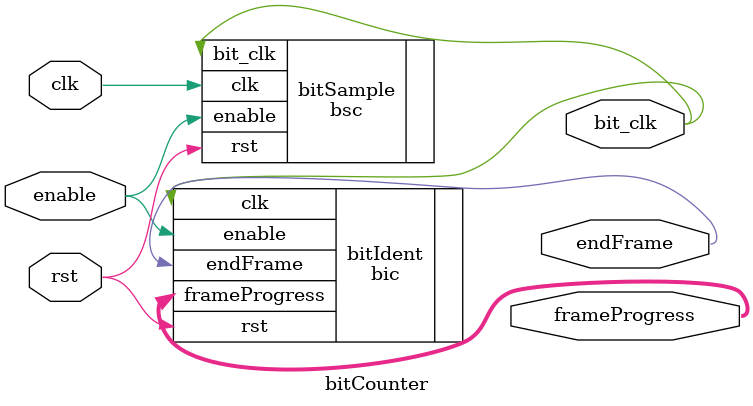
<source format=v>
module bitCounter(frameProgress, endFrame, bit_clk, enable, clk, rst);
	input	clk, rst,			// 16xdata rate clk
			enable;
	output bit_clk, endFrame;

	parameter FRAME_WIDTH = 10;

	output [3:0] frameProgress;

	bsc bitSample (.bit_clk(bit_clk), .enable(enable), .clk(clk), .rst(rst));
	bic #(FRAME_WIDTH) bitIdent (.frameProgress(frameProgress), .endFrame(endFrame), .enable(enable), .clk(bit_clk), .rst(rst));
endmodule

</source>
